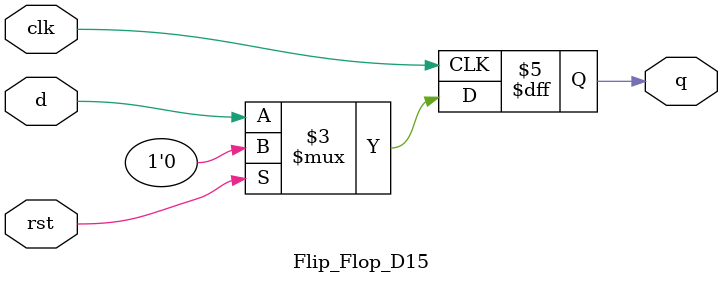
<source format=v>
`timescale 1ns / 1ps
module Flip_Flop_D15(
    input clk,
    input d,
    input rst,
    output reg q
    );

	 always @(posedge clk)
	 if (rst) 
	 q <= 0;
	 else
	 q <= d;


endmodule

</source>
